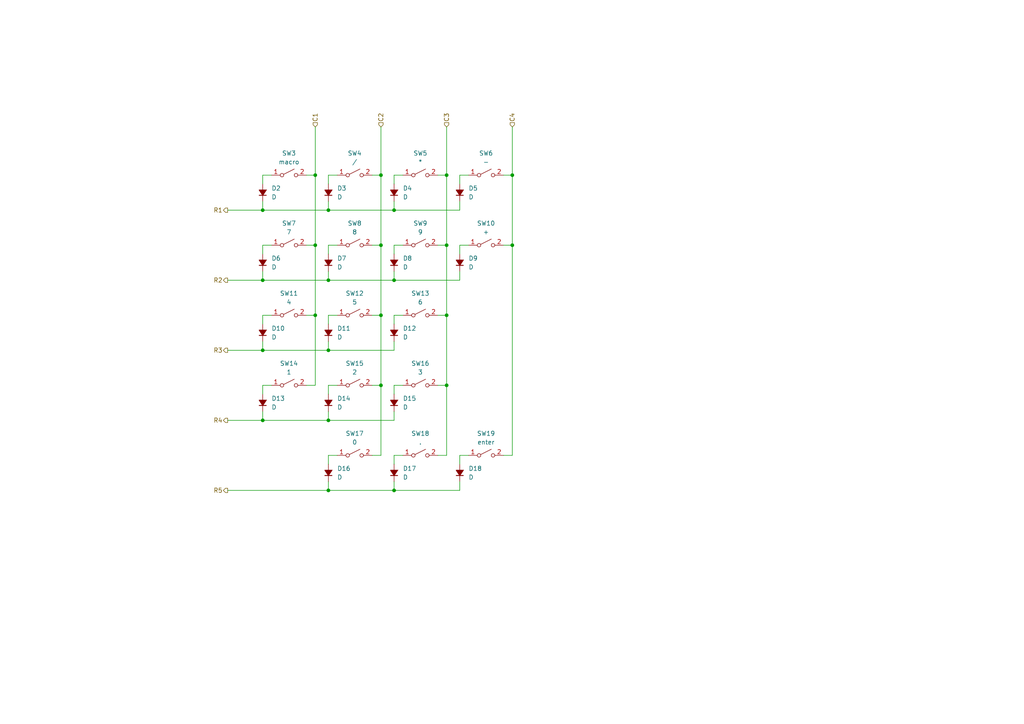
<source format=kicad_sch>
(kicad_sch (version 20211123) (generator eeschema)
  (paper "A4")
  (lib_symbols
    (symbol "Device:D_Small_Filled" (pin_numbers hide) (pin_names (offset 0.254) hide)
      (property "Reference" "D" (at -1.27 2.032 0))
      (property "Value" "D_Small_Filled" (at -3.81 -2.032 0))
      (symbol "D_Small_Filled_0_1"
        (polyline (pts (xy -0.762 -1.016) (xy -0.762 1.016)) (stroke (width 0.254)))
        (polyline (pts (xy -0.762 0) (xy 0.762 0)))
        (polyline (pts (xy 0.762 -1.016) (xy -0.762 0) (xy 0.762 1.016) (xy 0.762 -1.016)) (stroke (width 0.254)) (fill (type outline)))
      )
      (symbol "D_Small_Filled_1_1"
        (pin passive line (at -2.54 0 0) (length 1.778) (name "K") (number "1"))
        (pin passive line (at 2.54 0 180) (length 1.778) (name "A") (number "2"))
      )
    )
    (symbol "Switch:SW_SPST" (pin_names (offset 0) hide)
      (property "Reference" "SW" (at 0 3.175 0))
      (property "Value" "SW_SPST" (at 0 -2.54 0))
      (symbol "SW_SPST_0_0"
        (circle (center -2.032 0) (radius 0.508))
        (polyline (pts (xy -1.524 0.254) (xy 1.524 1.778)))
        (circle (center 2.032 0) (radius 0.508))
      )
      (symbol "SW_SPST_1_1"
        (pin passive line (at -5.08 0 0) (length 2.54) (name "A") (number "1"))
        (pin passive line (at 5.08 0 180) (length 2.54) (name "B") (number "2"))
      )
    )
  )
  (junction (at 129.54 111.76))
  (junction (at 95.25 101.6))
  (junction (at 91.44 50.8))
  (junction (at 148.59 71.12))
  (junction (at 95.25 81.28))
  (junction (at 76.2 101.6))
  (junction (at 129.54 91.44))
  (junction (at 148.59 50.8))
  (junction (at 110.49 50.8))
  (junction (at 76.2 60.96))
  (junction (at 129.54 71.12))
  (junction (at 129.54 50.8))
  (junction (at 95.25 142.24))
  (junction (at 76.2 121.92))
  (junction (at 114.3 60.96))
  (junction (at 110.49 71.12))
  (junction (at 114.3 142.24))
  (junction (at 91.44 71.12))
  (junction (at 95.25 121.92))
  (junction (at 110.49 111.76))
  (junction (at 76.2 81.28))
  (junction (at 110.49 91.44))
  (junction (at 114.3 81.28))
  (junction (at 95.25 60.96))
  (junction (at 91.44 91.44))
  (wire (pts (xy 97.79 132.08) (xy 95.25 132.08)))
  (wire (pts (xy 110.49 91.44) (xy 110.49 111.76)))
  (wire (pts (xy 66.04 81.28) (xy 76.2 81.28)))
  (wire (pts (xy 129.54 50.8) (xy 129.54 71.12)))
  (wire (pts (xy 76.2 121.92) (xy 95.25 121.92)))
  (wire (pts (xy 127 71.12) (xy 129.54 71.12)))
  (wire (pts (xy 88.9 71.12) (xy 91.44 71.12)))
  (wire (pts (xy 114.3 119.38) (xy 114.3 121.92)))
  (wire (pts (xy 91.44 36.83) (xy 91.44 50.8)))
  (wire (pts (xy 110.49 71.12) (xy 110.49 91.44)))
  (wire (pts (xy 95.25 58.42) (xy 95.25 60.96)))
  (wire (pts (xy 97.79 111.76) (xy 95.25 111.76)))
  (wire (pts (xy 129.54 132.08) (xy 127 132.08)))
  (wire (pts (xy 135.89 132.08) (xy 133.35 132.08)))
  (wire (pts (xy 95.25 50.8) (xy 95.25 53.34)))
  (wire (pts (xy 91.44 71.12) (xy 91.44 91.44)))
  (wire (pts (xy 114.3 132.08) (xy 114.3 134.62)))
  (wire (pts (xy 76.2 99.06) (xy 76.2 101.6)))
  (wire (pts (xy 129.54 36.83) (xy 129.54 50.8)))
  (wire (pts (xy 114.3 60.96) (xy 133.35 60.96)))
  (wire (pts (xy 95.25 71.12) (xy 95.25 73.66)))
  (wire (pts (xy 107.95 50.8) (xy 110.49 50.8)))
  (wire (pts (xy 114.3 139.7) (xy 114.3 142.24)))
  (wire (pts (xy 146.05 50.8) (xy 148.59 50.8)))
  (wire (pts (xy 66.04 101.6) (xy 76.2 101.6)))
  (wire (pts (xy 97.79 50.8) (xy 95.25 50.8)))
  (wire (pts (xy 97.79 71.12) (xy 95.25 71.12)))
  (wire (pts (xy 95.25 121.92) (xy 114.3 121.92)))
  (wire (pts (xy 116.84 71.12) (xy 114.3 71.12)))
  (wire (pts (xy 133.35 50.8) (xy 133.35 53.34)))
  (wire (pts (xy 110.49 111.76) (xy 107.95 111.76)))
  (wire (pts (xy 116.84 111.76) (xy 114.3 111.76)))
  (wire (pts (xy 133.35 71.12) (xy 133.35 73.66)))
  (wire (pts (xy 114.3 78.74) (xy 114.3 81.28)))
  (wire (pts (xy 76.2 101.6) (xy 95.25 101.6)))
  (wire (pts (xy 66.04 60.96) (xy 76.2 60.96)))
  (wire (pts (xy 95.25 132.08) (xy 95.25 134.62)))
  (wire (pts (xy 95.25 142.24) (xy 114.3 142.24)))
  (wire (pts (xy 66.04 142.24) (xy 95.25 142.24)))
  (wire (pts (xy 78.74 91.44) (xy 76.2 91.44)))
  (wire (pts (xy 76.2 81.28) (xy 95.25 81.28)))
  (wire (pts (xy 95.25 78.74) (xy 95.25 81.28)))
  (wire (pts (xy 95.25 111.76) (xy 95.25 114.3)))
  (wire (pts (xy 127 50.8) (xy 129.54 50.8)))
  (wire (pts (xy 116.84 132.08) (xy 114.3 132.08)))
  (wire (pts (xy 135.89 71.12) (xy 133.35 71.12)))
  (wire (pts (xy 116.84 91.44) (xy 114.3 91.44)))
  (wire (pts (xy 110.49 111.76) (xy 110.49 132.08)))
  (wire (pts (xy 148.59 71.12) (xy 148.59 132.08)))
  (wire (pts (xy 129.54 111.76) (xy 127 111.76)))
  (wire (pts (xy 95.25 119.38) (xy 95.25 121.92)))
  (wire (pts (xy 135.89 50.8) (xy 133.35 50.8)))
  (wire (pts (xy 110.49 36.83) (xy 110.49 50.8)))
  (wire (pts (xy 133.35 142.24) (xy 133.35 139.7)))
  (wire (pts (xy 95.25 101.6) (xy 114.3 101.6)))
  (wire (pts (xy 78.74 71.12) (xy 76.2 71.12)))
  (wire (pts (xy 76.2 71.12) (xy 76.2 73.66)))
  (wire (pts (xy 114.3 71.12) (xy 114.3 73.66)))
  (wire (pts (xy 129.54 71.12) (xy 129.54 91.44)))
  (wire (pts (xy 95.25 60.96) (xy 114.3 60.96)))
  (wire (pts (xy 95.25 81.28) (xy 114.3 81.28)))
  (wire (pts (xy 107.95 71.12) (xy 110.49 71.12)))
  (wire (pts (xy 114.3 99.06) (xy 114.3 101.6)))
  (wire (pts (xy 114.3 91.44) (xy 114.3 93.98)))
  (wire (pts (xy 91.44 50.8) (xy 91.44 71.12)))
  (wire (pts (xy 110.49 50.8) (xy 110.49 71.12)))
  (wire (pts (xy 76.2 50.8) (xy 76.2 53.34)))
  (wire (pts (xy 78.74 50.8) (xy 76.2 50.8)))
  (wire (pts (xy 114.3 142.24) (xy 133.35 142.24)))
  (wire (pts (xy 95.25 139.7) (xy 95.25 142.24)))
  (wire (pts (xy 129.54 91.44) (xy 129.54 111.76)))
  (wire (pts (xy 88.9 91.44) (xy 91.44 91.44)))
  (wire (pts (xy 110.49 132.08) (xy 107.95 132.08)))
  (wire (pts (xy 114.3 50.8) (xy 114.3 53.34)))
  (wire (pts (xy 129.54 111.76) (xy 129.54 132.08)))
  (wire (pts (xy 133.35 132.08) (xy 133.35 134.62)))
  (wire (pts (xy 76.2 119.38) (xy 76.2 121.92)))
  (wire (pts (xy 91.44 91.44) (xy 91.44 111.76)))
  (wire (pts (xy 148.59 50.8) (xy 148.59 71.12)))
  (wire (pts (xy 133.35 81.28) (xy 133.35 78.74)))
  (wire (pts (xy 76.2 58.42) (xy 76.2 60.96)))
  (wire (pts (xy 91.44 111.76) (xy 88.9 111.76)))
  (wire (pts (xy 114.3 81.28) (xy 133.35 81.28)))
  (wire (pts (xy 76.2 78.74) (xy 76.2 81.28)))
  (wire (pts (xy 95.25 99.06) (xy 95.25 101.6)))
  (wire (pts (xy 88.9 50.8) (xy 91.44 50.8)))
  (wire (pts (xy 127 91.44) (xy 129.54 91.44)))
  (wire (pts (xy 114.3 58.42) (xy 114.3 60.96)))
  (wire (pts (xy 146.05 71.12) (xy 148.59 71.12)))
  (wire (pts (xy 133.35 60.96) (xy 133.35 58.42)))
  (wire (pts (xy 97.79 91.44) (xy 95.25 91.44)))
  (wire (pts (xy 114.3 111.76) (xy 114.3 114.3)))
  (wire (pts (xy 78.74 111.76) (xy 76.2 111.76)))
  (wire (pts (xy 66.04 121.92) (xy 76.2 121.92)))
  (wire (pts (xy 76.2 91.44) (xy 76.2 93.98)))
  (wire (pts (xy 107.95 91.44) (xy 110.49 91.44)))
  (wire (pts (xy 95.25 91.44) (xy 95.25 93.98)))
  (wire (pts (xy 148.59 36.83) (xy 148.59 50.8)))
  (wire (pts (xy 116.84 50.8) (xy 114.3 50.8)))
  (wire (pts (xy 76.2 111.76) (xy 76.2 114.3)))
  (wire (pts (xy 76.2 60.96) (xy 95.25 60.96)))
  (wire (pts (xy 148.59 132.08) (xy 146.05 132.08)))
  (hierarchical_label "C3" (shape input) (at 129.54 36.83 90))
  (hierarchical_label "R5" (shape output) (at 66.04 142.24 180))
  (hierarchical_label "C4" (shape input) (at 148.59 36.83 90))
  (hierarchical_label "R2" (shape output) (at 66.04 81.28 180))
  (hierarchical_label "R3" (shape output) (at 66.04 101.6 180))
  (hierarchical_label "R1" (shape output) (at 66.04 60.96 180))
  (hierarchical_label "C1" (shape input) (at 91.44 36.83 90))
  (hierarchical_label "R4" (shape output) (at 66.04 121.92 180))
  (hierarchical_label "C2" (shape input) (at 110.49 36.83 90))
  (symbol (lib_id "Switch:SW_SPST") (at 140.97 50.8 0) (unit 1)
    (property "Reference" "SW6" (at 140.97 44.45 0))
    (property "Value" "-" (at 140.97 46.99 0))
    (property "Footprint" "Switch_Keyboard_Cherry_MX:SW_Cherry_MX_PCB_1.00u" (effects hide))
  )
  (symbol (lib_id "Switch:SW_SPST") (at 83.82 50.8 0) (unit 1)
    (property "Reference" "SW3" (at 83.82 44.45 0))
    (property "Value" "macro" (at 83.82 46.99 0))
    (property "Footprint" "Switch_Keyboard_Cherry_MX:SW_Cherry_MX_PCB_1.00u" (effects hide))
  )
  (symbol (lib_id "Device:D_Small_Filled") (at 133.35 76.2 90) (unit 1)
    (property "Reference" "D9" (at 135.89 74.9299 90) (effects (justify right)))
    (property "Value" "D" (at 135.89 77.4699 90) (effects (justify right)))
    (property "Footprint" "Diode_SMD:D_SOD-123F" (effects hide))
  )
  (symbol (lib_id "Switch:SW_SPST") (at 121.92 91.44 0) (unit 1)
    (property "Reference" "SW13" (at 121.92 85.09 0))
    (property "Value" "6" (at 121.92 87.63 0))
    (property "Footprint" "Switch_Keyboard_Cherry_MX:SW_Cherry_MX_PCB_1.00u" (effects hide))
  )
  (symbol (lib_id "Switch:SW_SPST") (at 140.97 71.12 0) (unit 1)
    (property "Reference" "SW10" (at 140.97 64.77 0))
    (property "Value" "+" (at 140.97 67.31 0))
    (property "Footprint" "Switch_Keyboard_Cherry_MX:SW_Cherry_MX_PCB_2.00u_90deg" (effects hide))
  )
  (symbol (lib_id "Device:D_Small_Filled") (at 76.2 55.88 90) (unit 1)
    (property "Reference" "D2" (at 78.74 54.6099 90) (effects (justify right)))
    (property "Value" "D" (at 78.74 57.1499 90) (effects (justify right)))
    (property "Footprint" "Diode_SMD:D_SOD-123F" (effects hide))
  )
  (symbol (lib_id "Switch:SW_SPST") (at 102.87 71.12 0) (unit 1)
    (property "Reference" "SW8" (at 102.87 64.77 0))
    (property "Value" "8" (at 102.87 67.31 0))
    (property "Footprint" "Switch_Keyboard_Cherry_MX:SW_Cherry_MX_PCB_1.00u" (effects hide))
  )
  (symbol (lib_id "Switch:SW_SPST") (at 121.92 50.8 0) (unit 1)
    (property "Reference" "SW5" (at 121.92 44.45 0))
    (property "Value" "*" (at 121.92 46.99 0))
    (property "Footprint" "Switch_Keyboard_Cherry_MX:SW_Cherry_MX_PCB_1.00u" (effects hide))
  )
  (symbol (lib_id "Device:D_Small_Filled") (at 133.35 55.88 90) (unit 1)
    (property "Reference" "D5" (at 135.89 54.6099 90) (effects (justify right)))
    (property "Value" "D" (at 135.89 57.1499 90) (effects (justify right)))
    (property "Footprint" "Diode_SMD:D_SOD-123F" (effects hide))
  )
  (symbol (lib_id "Device:D_Small_Filled") (at 114.3 137.16 90) (unit 1)
    (property "Reference" "D17" (at 116.84 135.8899 90) (effects (justify right)))
    (property "Value" "D" (at 116.84 138.4299 90) (effects (justify right)))
    (property "Footprint" "Diode_SMD:D_SOD-123F" (effects hide))
  )
  (symbol (lib_id "Device:D_Small_Filled") (at 95.25 96.52 90) (unit 1)
    (property "Reference" "D11" (at 97.79 95.2499 90) (effects (justify right)))
    (property "Value" "D" (at 97.79 97.7899 90) (effects (justify right)))
    (property "Footprint" "Diode_SMD:D_SOD-123F" (effects hide))
  )
  (symbol (lib_id "Device:D_Small_Filled") (at 114.3 116.84 90) (unit 1)
    (property "Reference" "D15" (at 116.84 115.5699 90) (effects (justify right)))
    (property "Value" "D" (at 116.84 118.1099 90) (effects (justify right)))
    (property "Footprint" "Diode_SMD:D_SOD-123F" (effects hide))
  )
  (symbol (lib_id "Device:D_Small_Filled") (at 76.2 96.52 90) (unit 1)
    (property "Reference" "D10" (at 78.74 95.2499 90) (effects (justify right)))
    (property "Value" "D" (at 78.74 97.7899 90) (effects (justify right)))
    (property "Footprint" "Diode_SMD:D_SOD-123F" (effects hide))
  )
  (symbol (lib_id "Device:D_Small_Filled") (at 76.2 116.84 90) (unit 1)
    (property "Reference" "D13" (at 78.74 115.5699 90) (effects (justify right)))
    (property "Value" "D" (at 78.74 118.1099 90) (effects (justify right)))
    (property "Footprint" "Diode_SMD:D_SOD-123F" (effects hide))
  )
  (symbol (lib_id "Device:D_Small_Filled") (at 95.25 137.16 90) (unit 1)
    (property "Reference" "D16" (at 97.79 135.8899 90) (effects (justify right)))
    (property "Value" "D" (at 97.79 138.4299 90) (effects (justify right)))
    (property "Footprint" "Diode_SMD:D_SOD-123F" (effects hide))
  )
  (symbol (lib_id "Switch:SW_SPST") (at 83.82 71.12 0) (unit 1)
    (property "Reference" "SW7" (at 83.82 64.77 0))
    (property "Value" "7" (at 83.82 67.31 0))
    (property "Footprint" "Switch_Keyboard_Cherry_MX:SW_Cherry_MX_PCB_1.00u" (effects hide))
  )
  (symbol (lib_id "Switch:SW_SPST") (at 102.87 132.08 0) (unit 1)
    (property "Reference" "SW17" (at 102.87 125.73 0))
    (property "Value" "0" (at 102.87 128.27 0))
    (property "Footprint" "Switch_Keyboard_Cherry_MX:SW_Cherry_MX_PCB_2.00u" (effects hide))
  )
  (symbol (lib_id "Device:D_Small_Filled") (at 95.25 55.88 90) (unit 1)
    (property "Reference" "D3" (at 97.79 54.6099 90) (effects (justify right)))
    (property "Value" "D" (at 97.79 57.1499 90) (effects (justify right)))
    (property "Footprint" "Diode_SMD:D_SOD-123F" (effects hide))
  )
  (symbol (lib_id "Switch:SW_SPST") (at 121.92 132.08 0) (unit 1)
    (property "Reference" "SW18" (at 121.92 125.73 0))
    (property "Value" "." (at 121.92 128.27 0))
    (property "Footprint" "Switch_Keyboard_Cherry_MX:SW_Cherry_MX_PCB_1.00u" (effects hide))
  )
  (symbol (lib_id "Switch:SW_SPST") (at 102.87 111.76 0) (unit 1)
    (property "Reference" "SW15" (at 102.87 105.41 0))
    (property "Value" "2" (at 102.87 107.95 0))
    (property "Footprint" "Switch_Keyboard_Cherry_MX:SW_Cherry_MX_PCB_1.00u" (effects hide))
  )
  (symbol (lib_id "Device:D_Small_Filled") (at 114.3 96.52 90) (unit 1)
    (property "Reference" "D12" (at 116.84 95.2499 90) (effects (justify right)))
    (property "Value" "D" (at 116.84 97.7899 90) (effects (justify right)))
    (property "Footprint" "Diode_SMD:D_SOD-123F" (effects hide))
  )
  (symbol (lib_id "Switch:SW_SPST") (at 140.97 132.08 0) (unit 1)
    (property "Reference" "SW19" (at 140.97 125.73 0))
    (property "Value" "enter" (at 140.97 128.27 0))
    (property "Footprint" "Switch_Keyboard_Cherry_MX:SW_Cherry_MX_PCB_2.00u_90deg" (effects hide))
  )
  (symbol (lib_id "Switch:SW_SPST") (at 102.87 91.44 0) (unit 1)
    (property "Reference" "SW12" (at 102.87 85.09 0))
    (property "Value" "5" (at 102.87 87.63 0))
    (property "Footprint" "Switch_Keyboard_Cherry_MX:SW_Cherry_MX_PCB_1.00u" (effects hide))
  )
  (symbol (lib_id "Switch:SW_SPST") (at 102.87 50.8 0) (unit 1)
    (property "Reference" "SW4" (at 102.87 44.45 0))
    (property "Value" "/" (at 102.87 46.99 0))
    (property "Footprint" "Switch_Keyboard_Cherry_MX:SW_Cherry_MX_PCB_1.00u" (effects hide))
  )
  (symbol (lib_id "Device:D_Small_Filled") (at 95.25 76.2 90) (unit 1)
    (property "Reference" "D7" (at 97.79 74.9299 90) (effects (justify right)))
    (property "Value" "D" (at 97.79 77.4699 90) (effects (justify right)))
    (property "Footprint" "Diode_SMD:D_SOD-123F" (effects hide))
  )
  (symbol (lib_id "Switch:SW_SPST") (at 121.92 71.12 0) (unit 1)
    (property "Reference" "SW9" (at 121.92 64.77 0))
    (property "Value" "9" (at 121.92 67.31 0))
    (property "Footprint" "Switch_Keyboard_Cherry_MX:SW_Cherry_MX_PCB_1.00u" (effects hide))
  )
  (symbol (lib_id "Switch:SW_SPST") (at 83.82 91.44 0) (unit 1)
    (property "Reference" "SW11" (at 83.82 85.09 0))
    (property "Value" "4" (at 83.82 87.63 0))
    (property "Footprint" "Switch_Keyboard_Cherry_MX:SW_Cherry_MX_PCB_1.00u" (effects hide))
  )
  (symbol (lib_id "Device:D_Small_Filled") (at 133.35 137.16 90) (unit 1)
    (property "Reference" "D18" (at 135.89 135.8899 90) (effects (justify right)))
    (property "Value" "D" (at 135.89 138.4299 90) (effects (justify right)))
    (property "Footprint" "Diode_SMD:D_SOD-123F" (effects hide))
  )
  (symbol (lib_id "Device:D_Small_Filled") (at 114.3 76.2 90) (unit 1)
    (property "Reference" "D8" (at 116.84 74.9299 90) (effects (justify right)))
    (property "Value" "D" (at 116.84 77.4699 90) (effects (justify right)))
    (property "Footprint" "Diode_SMD:D_SOD-123F" (effects hide))
  )
  (symbol (lib_id "Switch:SW_SPST") (at 83.82 111.76 0) (unit 1)
    (property "Reference" "SW14" (at 83.82 105.41 0))
    (property "Value" "1" (at 83.82 107.95 0))
    (property "Footprint" "Switch_Keyboard_Cherry_MX:SW_Cherry_MX_PCB_1.00u" (effects hide))
  )
  (symbol (lib_id "Device:D_Small_Filled") (at 95.25 116.84 90) (unit 1)
    (property "Reference" "D14" (at 97.79 115.5699 90) (effects (justify right)))
    (property "Value" "D" (at 97.79 118.1099 90) (effects (justify right)))
    (property "Footprint" "Diode_SMD:D_SOD-123F" (effects hide))
  )
  (symbol (lib_id "Switch:SW_SPST") (at 121.92 111.76 0) (unit 1)
    (property "Reference" "SW16" (at 121.92 105.41 0))
    (property "Value" "3" (at 121.92 107.95 0))
    (property "Footprint" "Switch_Keyboard_Cherry_MX:SW_Cherry_MX_PCB_1.00u" (effects hide))
  )
  (symbol (lib_id "Device:D_Small_Filled") (at 76.2 76.2 90) (unit 1)
    (property "Reference" "D6" (at 78.74 74.9299 90) (effects (justify right)))
    (property "Value" "D" (at 78.74 77.4699 90) (effects (justify right)))
    (property "Footprint" "Diode_SMD:D_SOD-123F" (effects hide))
  )
  (symbol (lib_id "Device:D_Small_Filled") (at 114.3 55.88 90) (unit 1)
    (property "Reference" "D4" (at 116.84 54.6099 90) (effects (justify right)))
    (property "Value" "D" (at 116.84 57.1499 90) (effects (justify right)))
    (property "Footprint" "Diode_SMD:D_SOD-123F" (effects hide))
  )
)
</source>
